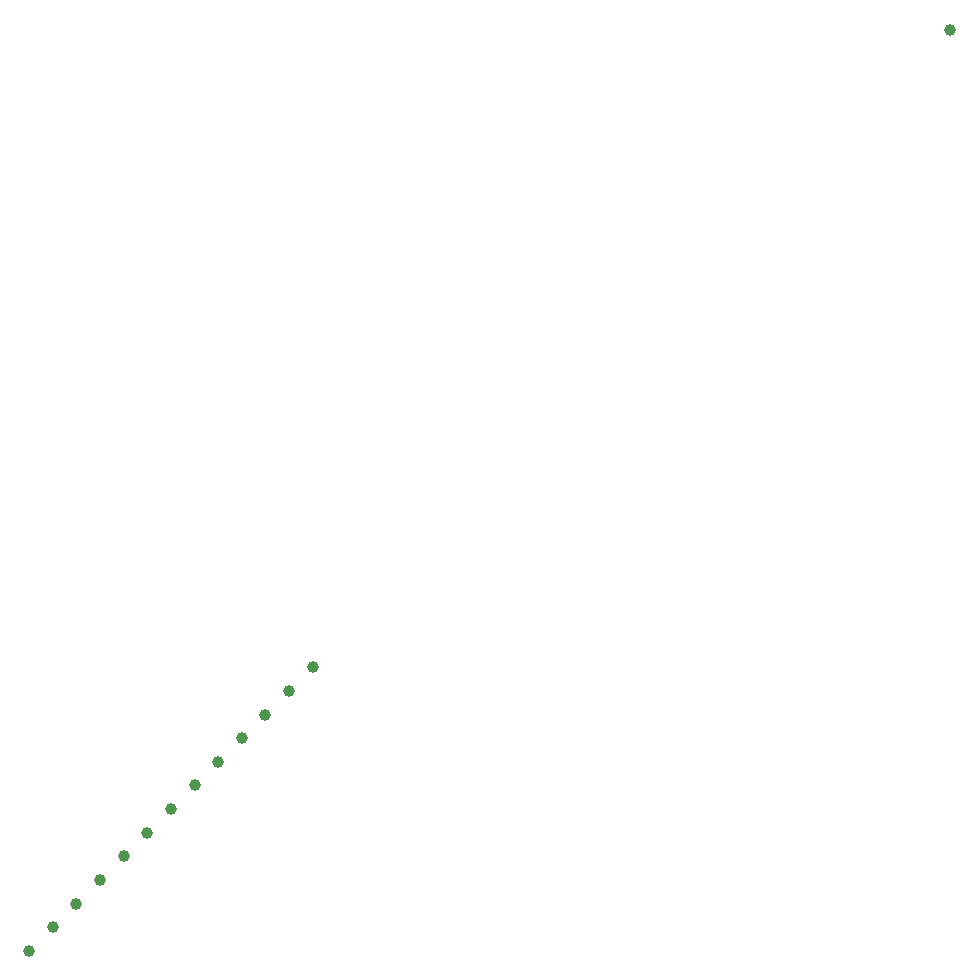
<source format=gbr>
G04 Examples for testing time performance of Gerber parsers*
%FSLAX26Y26*%
%MOMM*%
%ADD10C,1*%
%LPD*%
D10*
X0Y0D03*
X78000000Y78000000D03*
X2000000Y2000000D03*
X4000000Y4000000D03*
X6000000Y6000000D03*
X8000000Y8000000D03*
X10000000Y10000000D03*
X12000000Y12000000D03*
X14000000Y14000000D03*
X16000000Y16000000D03*
X18000000Y18000000D03*
X20000000Y20000000D03*
X22000000Y22000000D03*
X24000000Y24000000D03*
M02*

</source>
